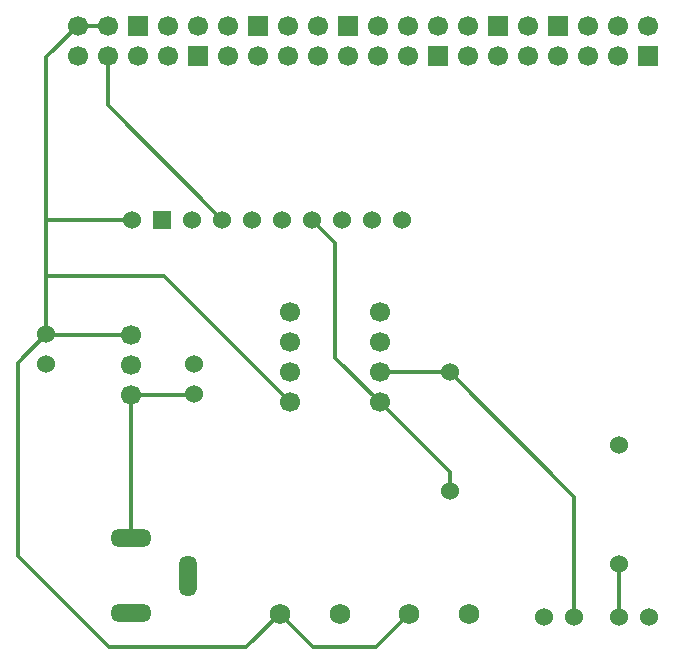
<source format=gbr>
%TF.GenerationSoftware,KiCad,Pcbnew,(5.1.6)-1*%
%TF.CreationDate,2020-10-24T11:46:20+02:00*%
%TF.ProjectId,DiaSense,44696153-656e-4736-952e-6b696361645f,rev?*%
%TF.SameCoordinates,Original*%
%TF.FileFunction,Copper,L1,Top*%
%TF.FilePolarity,Positive*%
%FSLAX46Y46*%
G04 Gerber Fmt 4.6, Leading zero omitted, Abs format (unit mm)*
G04 Created by KiCad (PCBNEW (5.1.6)-1) date 2020-10-24 11:46:20*
%MOMM*%
%LPD*%
G01*
G04 APERTURE LIST*
%TA.AperFunction,ComponentPad*%
%ADD10C,1.750000*%
%TD*%
%TA.AperFunction,ComponentPad*%
%ADD11C,1.740000*%
%TD*%
%TA.AperFunction,ComponentPad*%
%ADD12C,1.524000*%
%TD*%
%TA.AperFunction,ComponentPad*%
%ADD13O,1.500000X3.500000*%
%TD*%
%TA.AperFunction,ComponentPad*%
%ADD14O,3.500000X1.500000*%
%TD*%
%TA.AperFunction,ComponentPad*%
%ADD15C,1.700000*%
%TD*%
%TA.AperFunction,ComponentPad*%
%ADD16R,1.700000X1.700000*%
%TD*%
%TA.AperFunction,ComponentPad*%
%ADD17R,1.524000X1.524000*%
%TD*%
%TA.AperFunction,Conductor*%
%ADD18C,0.300000*%
%TD*%
G04 APERTURE END LIST*
D10*
%TO.P,T1,2*%
%TO.N,GND*%
X130540000Y-96000000D03*
D11*
%TO.P,T1,1*%
%TO.N,+5V*%
X125460000Y-96000000D03*
%TD*%
D10*
%TO.P,T2,2*%
%TO.N,GND*%
X141540000Y-96000000D03*
D11*
%TO.P,T2,1*%
%TO.N,+5V*%
X136460000Y-96000000D03*
%TD*%
D12*
%TO.P,R1,2*%
%TO.N,GND*%
X154230000Y-81750000D03*
%TO.P,R1,1*%
%TO.N,Net-(D1-Pad1)*%
X154230000Y-91750000D03*
%TD*%
%TO.P,D1,1*%
%TO.N,Net-(D1-Pad1)*%
X154230000Y-96300000D03*
%TO.P,D1,2*%
%TO.N,+3V3*%
X156770000Y-96300000D03*
%TD*%
D13*
%TO.P,J1,3*%
%TO.N,N/C*%
X117700000Y-92800000D03*
D14*
%TO.P,J1,2*%
%TO.N,GND*%
X112900000Y-95900000D03*
%TO.P,J1,1*%
%TO.N,+12V*%
X112900000Y-89600000D03*
%TD*%
D12*
%TO.P,C2,2*%
%TO.N,+5V*%
X105700000Y-72355000D03*
%TO.P,C2,1*%
%TO.N,GND*%
X105700000Y-74895000D03*
%TD*%
%TO.P,C1,2*%
%TO.N,+12V*%
X118250000Y-77425000D03*
%TO.P,C1,1*%
%TO.N,GND*%
X118250000Y-74885000D03*
%TD*%
D15*
%TO.P,U4,40*%
%TO.N,Net-(U4-Pad40)*%
X156630000Y-46230000D03*
D16*
%TO.P,U4,39*%
%TO.N,GND*%
X156630000Y-48770000D03*
D15*
%TO.P,U4,38*%
%TO.N,Net-(U4-Pad38)*%
X154090000Y-46230000D03*
%TO.P,U4,37*%
%TO.N,Net-(U4-Pad37)*%
X154090000Y-48770000D03*
%TO.P,U4,36*%
%TO.N,Net-(U4-Pad36)*%
X151550000Y-46230000D03*
%TO.P,U4,35*%
%TO.N,Net-(U4-Pad35)*%
X151550000Y-48770000D03*
D16*
%TO.P,U4,34*%
%TO.N,GND*%
X149010000Y-46230000D03*
D15*
%TO.P,U4,33*%
%TO.N,Net-(U4-Pad33)*%
X149010000Y-48770000D03*
%TO.P,U4,32*%
%TO.N,Net-(U4-Pad32)*%
X146470000Y-46230000D03*
%TO.P,U4,31*%
%TO.N,Net-(U4-Pad31)*%
X146470000Y-48770000D03*
D16*
%TO.P,U4,30*%
%TO.N,GND*%
X143930000Y-46230000D03*
D15*
%TO.P,U4,29*%
%TO.N,Net-(U4-Pad29)*%
X143930000Y-48770000D03*
%TO.P,U4,28*%
%TO.N,Net-(U4-Pad28)*%
X141390000Y-46230000D03*
%TO.P,U4,27*%
%TO.N,Net-(U4-Pad27)*%
X141390000Y-48770000D03*
%TO.P,U4,26*%
%TO.N,Net-(U4-Pad26)*%
X138850000Y-46230000D03*
D16*
%TO.P,U4,25*%
%TO.N,GND*%
X138850000Y-48770000D03*
D15*
%TO.P,U4,24*%
%TO.N,Net-(U4-Pad24)*%
X136310000Y-46230000D03*
%TO.P,U4,23*%
%TO.N,Net-(U4-Pad23)*%
X136310000Y-48770000D03*
%TO.P,U4,22*%
%TO.N,Net-(U4-Pad22)*%
X133770000Y-46230000D03*
%TO.P,U4,21*%
%TO.N,Net-(U4-Pad21)*%
X133770000Y-48770000D03*
D16*
%TO.P,U4,20*%
%TO.N,GND*%
X131230000Y-46230000D03*
D15*
%TO.P,U4,19*%
%TO.N,Net-(U4-Pad19)*%
X131230000Y-48770000D03*
%TO.P,U4,18*%
%TO.N,Net-(U4-Pad18)*%
X128690000Y-46230000D03*
%TO.P,U4,17*%
%TO.N,+3V3*%
X128690000Y-48770000D03*
%TO.P,U4,16*%
%TO.N,Net-(U4-Pad16)*%
X126150000Y-46230000D03*
%TO.P,U4,15*%
%TO.N,Net-(U4-Pad15)*%
X126150000Y-48770000D03*
D16*
%TO.P,U4,14*%
%TO.N,Net-(U4-Pad14)*%
X123610000Y-46230000D03*
D15*
%TO.P,U4,13*%
%TO.N,Net-(U4-Pad13)*%
X123610000Y-48770000D03*
%TO.P,U4,12*%
%TO.N,Net-(U4-Pad12)*%
X121070000Y-46230000D03*
%TO.P,U4,11*%
%TO.N,Net-(U4-Pad11)*%
X121070000Y-48770000D03*
%TO.P,U4,10*%
%TO.N,Net-(U4-Pad10)*%
X118530000Y-46230000D03*
D16*
%TO.P,U4,9*%
%TO.N,GND*%
X118530000Y-48770000D03*
D15*
%TO.P,U4,8*%
%TO.N,Net-(U4-Pad8)*%
X115990000Y-46230000D03*
%TO.P,U4,7*%
%TO.N,Net-(U4-Pad7)*%
X115990000Y-48770000D03*
D16*
%TO.P,U4,6*%
%TO.N,GND*%
X113450000Y-46230000D03*
D15*
%TO.P,U4,5*%
%TO.N,/SCL*%
X113450000Y-48770000D03*
%TO.P,U4,4*%
%TO.N,+5V*%
X110910000Y-46230000D03*
%TO.P,U4,3*%
%TO.N,/SDA*%
X110910000Y-48770000D03*
%TO.P,U4,2*%
%TO.N,+5V*%
X108370000Y-46230000D03*
%TO.P,U4,1*%
%TO.N,+3V3*%
X108370000Y-48770000D03*
%TD*%
D12*
%TO.P,U3,10*%
%TO.N,Net-(U3-Pad10)*%
X135830000Y-62650000D03*
%TO.P,U3,9*%
%TO.N,Net-(U3-Pad9)*%
X133290000Y-62650000D03*
%TO.P,U3,8*%
%TO.N,Net-(U3-Pad8)*%
X130750000Y-62650000D03*
%TO.P,U3,7*%
%TO.N,/Diode_out*%
X128210000Y-62650000D03*
%TO.P,U3,6*%
%TO.N,Net-(U3-Pad6)*%
X125670000Y-62650000D03*
%TO.P,U3,5*%
%TO.N,GND*%
X123130000Y-62650000D03*
%TO.P,U3,4*%
%TO.N,/SDA*%
X120590000Y-62650000D03*
%TO.P,U3,3*%
%TO.N,/SCL*%
X118050000Y-62650000D03*
D17*
%TO.P,U3,2*%
%TO.N,GND*%
X115510000Y-62650000D03*
D12*
%TO.P,U3,1*%
%TO.N,+5V*%
X112970000Y-62650000D03*
%TD*%
D15*
%TO.P,U2,8*%
%TO.N,+5V*%
X126365000Y-78110000D03*
%TO.P,U2,7*%
%TO.N,N/C*%
X126365000Y-75570000D03*
%TO.P,U2,6*%
X126365000Y-73030000D03*
%TO.P,U2,5*%
X126365000Y-70490000D03*
%TO.P,U2,4*%
%TO.N,GND*%
X133985000Y-70490000D03*
%TO.P,U2,3*%
X133985000Y-73030000D03*
%TO.P,U2,2*%
%TO.N,Net-(D2-Pad2)*%
X133985000Y-75570000D03*
%TO.P,U2,1*%
%TO.N,/Diode_out*%
X133985000Y-78110000D03*
%TD*%
%TO.P,U1,3*%
%TO.N,+5V*%
X112900000Y-72360000D03*
%TO.P,U1,2*%
%TO.N,GND*%
X112900000Y-74900000D03*
%TO.P,U1,1*%
%TO.N,+12V*%
X112900000Y-77440000D03*
%TD*%
D12*
%TO.P,R2,2*%
%TO.N,Net-(D2-Pad2)*%
X139875000Y-75575000D03*
%TO.P,R2,1*%
%TO.N,/Diode_out*%
X139875000Y-85575000D03*
%TD*%
%TO.P,D2,1*%
%TO.N,GND*%
X147855000Y-96300000D03*
%TO.P,D2,2*%
%TO.N,Net-(D2-Pad2)*%
X150395000Y-96300000D03*
%TD*%
D18*
%TO.N,+5V*%
X122610000Y-98850000D02*
X111000000Y-98850000D01*
X105705000Y-72360000D02*
X105700000Y-72355000D01*
X108370000Y-46230000D02*
X110910000Y-46230000D01*
X105725000Y-62650000D02*
X105700000Y-62675000D01*
X105700000Y-48900000D02*
X108370000Y-46230000D01*
X112900000Y-72360000D02*
X105705000Y-72360000D01*
X112970000Y-62650000D02*
X105725000Y-62650000D01*
X105700000Y-62675000D02*
X105700000Y-48900000D01*
X115655000Y-67400000D02*
X105700000Y-67400000D01*
X126365000Y-78110000D02*
X115655000Y-67400000D01*
X105700000Y-72355000D02*
X105700000Y-67400000D01*
X105700000Y-67400000D02*
X105700000Y-62675000D01*
X136460000Y-96000000D02*
X133610000Y-98850000D01*
X128310000Y-98850000D02*
X125460000Y-96000000D01*
X133610000Y-98850000D02*
X128310000Y-98850000D01*
X122610000Y-98850000D02*
X125460000Y-96000000D01*
X111000000Y-98850000D02*
X103300000Y-91150000D01*
X103300000Y-74755000D02*
X105700000Y-72355000D01*
X103300000Y-91150000D02*
X103300000Y-74755000D01*
%TO.N,/Diode_out*%
X128210000Y-62650000D02*
X130185000Y-64625000D01*
X130185000Y-74310000D02*
X133985000Y-78110000D01*
X130185000Y-64625000D02*
X130185000Y-74310000D01*
X139875000Y-84000000D02*
X133985000Y-78110000D01*
X139875000Y-85575000D02*
X139875000Y-84000000D01*
%TO.N,/SDA*%
X110910000Y-52970000D02*
X120590000Y-62650000D01*
X110910000Y-48770000D02*
X110910000Y-52970000D01*
%TO.N,+12V*%
X112900000Y-85500000D02*
X112900000Y-77440000D01*
X118235000Y-77440000D02*
X118250000Y-77425000D01*
X112900000Y-77440000D02*
X118235000Y-77440000D01*
X112900000Y-85500000D02*
X112900000Y-89600000D01*
%TO.N,Net-(D1-Pad1)*%
X154230000Y-96300000D02*
X154230000Y-91750000D01*
%TO.N,Net-(D2-Pad2)*%
X139870000Y-75570000D02*
X139875000Y-75575000D01*
X133985000Y-75570000D02*
X139870000Y-75570000D01*
X150395000Y-86095000D02*
X150395000Y-96300000D01*
X139875000Y-75575000D02*
X150395000Y-86095000D01*
%TD*%
M02*

</source>
